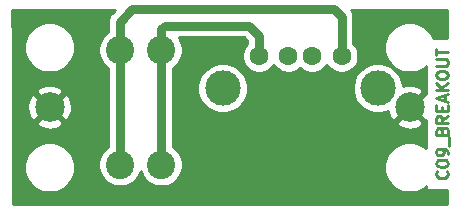
<source format=gbr>
G04 #@! TF.GenerationSoftware,KiCad,Pcbnew,5.1.5-52549c5~86~ubuntu18.04.1*
G04 #@! TF.CreationDate,2020-09-24T16:46:45-05:00*
G04 #@! TF.ProjectId,C09,4330392e-6b69-4636-9164-5f7063625858,rev?*
G04 #@! TF.SameCoordinates,Original*
G04 #@! TF.FileFunction,Copper,L1,Top*
G04 #@! TF.FilePolarity,Positive*
%FSLAX46Y46*%
G04 Gerber Fmt 4.6, Leading zero omitted, Abs format (unit mm)*
G04 Created by KiCad (PCBNEW 5.1.5-52549c5~86~ubuntu18.04.1) date 2020-09-24 16:46:45*
%MOMM*%
%LPD*%
G04 APERTURE LIST*
%ADD10C,0.250000*%
%ADD11C,2.400000*%
%ADD12C,1.600000*%
%ADD13C,3.000000*%
%ADD14C,2.499360*%
%ADD15C,0.750000*%
%ADD16C,0.254000*%
G04 APERTURE END LIST*
D10*
X57456342Y-34297333D02*
X57503961Y-34344952D01*
X57551580Y-34487809D01*
X57551580Y-34583047D01*
X57503961Y-34725904D01*
X57408723Y-34821142D01*
X57313485Y-34868761D01*
X57123009Y-34916380D01*
X56980152Y-34916380D01*
X56789676Y-34868761D01*
X56694438Y-34821142D01*
X56599200Y-34725904D01*
X56551580Y-34583047D01*
X56551580Y-34487809D01*
X56599200Y-34344952D01*
X56646819Y-34297333D01*
X56551580Y-33678285D02*
X56551580Y-33583047D01*
X56599200Y-33487809D01*
X56646819Y-33440190D01*
X56742057Y-33392571D01*
X56932533Y-33344952D01*
X57170628Y-33344952D01*
X57361104Y-33392571D01*
X57456342Y-33440190D01*
X57503961Y-33487809D01*
X57551580Y-33583047D01*
X57551580Y-33678285D01*
X57503961Y-33773523D01*
X57456342Y-33821142D01*
X57361104Y-33868761D01*
X57170628Y-33916380D01*
X56932533Y-33916380D01*
X56742057Y-33868761D01*
X56646819Y-33821142D01*
X56599200Y-33773523D01*
X56551580Y-33678285D01*
X57551580Y-32868761D02*
X57551580Y-32678285D01*
X57503961Y-32583047D01*
X57456342Y-32535428D01*
X57313485Y-32440190D01*
X57123009Y-32392571D01*
X56742057Y-32392571D01*
X56646819Y-32440190D01*
X56599200Y-32487809D01*
X56551580Y-32583047D01*
X56551580Y-32773523D01*
X56599200Y-32868761D01*
X56646819Y-32916380D01*
X56742057Y-32964000D01*
X56980152Y-32964000D01*
X57075390Y-32916380D01*
X57123009Y-32868761D01*
X57170628Y-32773523D01*
X57170628Y-32583047D01*
X57123009Y-32487809D01*
X57075390Y-32440190D01*
X56980152Y-32392571D01*
X57646819Y-32202095D02*
X57646819Y-31440190D01*
X57027771Y-30868761D02*
X57075390Y-30725904D01*
X57123009Y-30678285D01*
X57218247Y-30630666D01*
X57361104Y-30630666D01*
X57456342Y-30678285D01*
X57503961Y-30725904D01*
X57551580Y-30821142D01*
X57551580Y-31202095D01*
X56551580Y-31202095D01*
X56551580Y-30868761D01*
X56599200Y-30773523D01*
X56646819Y-30725904D01*
X56742057Y-30678285D01*
X56837295Y-30678285D01*
X56932533Y-30725904D01*
X56980152Y-30773523D01*
X57027771Y-30868761D01*
X57027771Y-31202095D01*
X57551580Y-29630666D02*
X57075390Y-29964000D01*
X57551580Y-30202095D02*
X56551580Y-30202095D01*
X56551580Y-29821142D01*
X56599200Y-29725904D01*
X56646819Y-29678285D01*
X56742057Y-29630666D01*
X56884914Y-29630666D01*
X56980152Y-29678285D01*
X57027771Y-29725904D01*
X57075390Y-29821142D01*
X57075390Y-30202095D01*
X57027771Y-29202095D02*
X57027771Y-28868761D01*
X57551580Y-28725904D02*
X57551580Y-29202095D01*
X56551580Y-29202095D01*
X56551580Y-28725904D01*
X57265866Y-28344952D02*
X57265866Y-27868761D01*
X57551580Y-28440190D02*
X56551580Y-28106857D01*
X57551580Y-27773523D01*
X57551580Y-27440190D02*
X56551580Y-27440190D01*
X57551580Y-26868761D02*
X56980152Y-27297333D01*
X56551580Y-26868761D02*
X57123009Y-27440190D01*
X56551580Y-26249714D02*
X56551580Y-26059238D01*
X56599200Y-25964000D01*
X56694438Y-25868761D01*
X56884914Y-25821142D01*
X57218247Y-25821142D01*
X57408723Y-25868761D01*
X57503961Y-25964000D01*
X57551580Y-26059238D01*
X57551580Y-26249714D01*
X57503961Y-26344952D01*
X57408723Y-26440190D01*
X57218247Y-26487809D01*
X56884914Y-26487809D01*
X56694438Y-26440190D01*
X56599200Y-26344952D01*
X56551580Y-26249714D01*
X56551580Y-25392571D02*
X57361104Y-25392571D01*
X57456342Y-25344952D01*
X57503961Y-25297333D01*
X57551580Y-25202095D01*
X57551580Y-25011619D01*
X57503961Y-24916380D01*
X57456342Y-24868761D01*
X57361104Y-24821142D01*
X56551580Y-24821142D01*
X56551580Y-24487809D02*
X56551580Y-23916380D01*
X57551580Y-24202095D02*
X56551580Y-24202095D01*
D11*
X33274000Y-33751600D03*
X29774000Y-33751600D03*
X29774000Y-24028400D03*
X33274000Y-24028400D03*
D12*
X48533800Y-24561800D03*
X46033800Y-24561800D03*
X44033800Y-24561800D03*
X41533800Y-24561800D03*
D13*
X38463800Y-27271800D03*
X51603800Y-27271800D03*
D14*
X54290000Y-28890000D03*
X23810000Y-28890000D03*
D15*
X29774000Y-24028400D02*
X29774000Y-33751600D01*
X48533800Y-24561800D02*
X48533800Y-21228800D01*
X48533800Y-21228800D02*
X47905010Y-20600010D01*
X47905010Y-20600010D02*
X30809590Y-20600010D01*
X29774000Y-21635600D02*
X29774000Y-24028400D01*
X30809590Y-20600010D02*
X29774000Y-21635600D01*
X33274000Y-24028400D02*
X33274000Y-23164800D01*
X33274000Y-24028400D02*
X33274000Y-33751600D01*
X41533800Y-24561800D02*
X41533800Y-22839400D01*
X41533800Y-22839400D02*
X40665400Y-21971000D01*
X40665400Y-21971000D02*
X33578800Y-21971000D01*
X33274000Y-22275800D02*
X33274000Y-24028400D01*
X33578800Y-21971000D02*
X33274000Y-22275800D01*
D16*
G36*
X29094906Y-20886339D02*
G01*
X29056367Y-20917967D01*
X28930153Y-21071760D01*
X28880930Y-21163851D01*
X28836368Y-21247221D01*
X28778615Y-21437606D01*
X28759114Y-21635600D01*
X28764000Y-21685208D01*
X28764000Y-22496324D01*
X28604256Y-22603062D01*
X28348662Y-22858656D01*
X28147844Y-23159201D01*
X28009518Y-23493150D01*
X27939000Y-23847668D01*
X27939000Y-24209132D01*
X28009518Y-24563650D01*
X28147844Y-24897599D01*
X28348662Y-25198144D01*
X28604256Y-25453738D01*
X28764000Y-25560476D01*
X28764001Y-32219524D01*
X28604256Y-32326262D01*
X28348662Y-32581856D01*
X28147844Y-32882401D01*
X28009518Y-33216350D01*
X27939000Y-33570868D01*
X27939000Y-33932332D01*
X28009518Y-34286850D01*
X28147844Y-34620799D01*
X28348662Y-34921344D01*
X28604256Y-35176938D01*
X28904801Y-35377756D01*
X29238750Y-35516082D01*
X29593268Y-35586600D01*
X29954732Y-35586600D01*
X30309250Y-35516082D01*
X30643199Y-35377756D01*
X30943744Y-35176938D01*
X31199338Y-34921344D01*
X31400156Y-34620799D01*
X31524000Y-34321813D01*
X31647844Y-34620799D01*
X31848662Y-34921344D01*
X32104256Y-35176938D01*
X32404801Y-35377756D01*
X32738750Y-35516082D01*
X33093268Y-35586600D01*
X33454732Y-35586600D01*
X33809250Y-35516082D01*
X34143199Y-35377756D01*
X34443744Y-35176938D01*
X34699338Y-34921344D01*
X34900156Y-34620799D01*
X35038482Y-34286850D01*
X35109000Y-33932332D01*
X35109000Y-33570868D01*
X35038482Y-33216350D01*
X34900156Y-32882401D01*
X34699338Y-32581856D01*
X34443744Y-32326262D01*
X34284000Y-32219524D01*
X34284000Y-30203377D01*
X53156229Y-30203377D01*
X53282104Y-30493315D01*
X53614262Y-30659139D01*
X53972387Y-30756975D01*
X54342719Y-30783065D01*
X54711025Y-30736405D01*
X55063151Y-30618789D01*
X55297896Y-30493315D01*
X55423771Y-30203377D01*
X54290000Y-29069605D01*
X53156229Y-30203377D01*
X34284000Y-30203377D01*
X34284000Y-27061521D01*
X36328800Y-27061521D01*
X36328800Y-27482079D01*
X36410847Y-27894556D01*
X36571788Y-28283102D01*
X36805437Y-28632783D01*
X37102817Y-28930163D01*
X37452498Y-29163812D01*
X37841044Y-29324753D01*
X38253521Y-29406800D01*
X38674079Y-29406800D01*
X39086556Y-29324753D01*
X39475102Y-29163812D01*
X39824783Y-28930163D01*
X40122163Y-28632783D01*
X40355812Y-28283102D01*
X40516753Y-27894556D01*
X40598800Y-27482079D01*
X40598800Y-27061521D01*
X49468800Y-27061521D01*
X49468800Y-27482079D01*
X49550847Y-27894556D01*
X49711788Y-28283102D01*
X49945437Y-28632783D01*
X50242817Y-28930163D01*
X50592498Y-29163812D01*
X50981044Y-29324753D01*
X51393521Y-29406800D01*
X51814079Y-29406800D01*
X52226556Y-29324753D01*
X52434426Y-29238650D01*
X52443595Y-29311025D01*
X52561211Y-29663151D01*
X52686685Y-29897896D01*
X52976623Y-30023771D01*
X54110395Y-28890000D01*
X54096253Y-28875858D01*
X54275858Y-28696253D01*
X54290000Y-28710395D01*
X55423771Y-27576623D01*
X55297896Y-27286685D01*
X54965738Y-27120861D01*
X54607613Y-27023025D01*
X54237281Y-26996935D01*
X53868975Y-27043595D01*
X53738800Y-27087076D01*
X53738800Y-27061521D01*
X53656753Y-26649044D01*
X53495812Y-26260498D01*
X53262163Y-25910817D01*
X52964783Y-25613437D01*
X52615102Y-25379788D01*
X52226556Y-25218847D01*
X51814079Y-25136800D01*
X51393521Y-25136800D01*
X50981044Y-25218847D01*
X50592498Y-25379788D01*
X50242817Y-25613437D01*
X49945437Y-25910817D01*
X49711788Y-26260498D01*
X49550847Y-26649044D01*
X49468800Y-27061521D01*
X40598800Y-27061521D01*
X40516753Y-26649044D01*
X40355812Y-26260498D01*
X40122163Y-25910817D01*
X39824783Y-25613437D01*
X39475102Y-25379788D01*
X39086556Y-25218847D01*
X38674079Y-25136800D01*
X38253521Y-25136800D01*
X37841044Y-25218847D01*
X37452498Y-25379788D01*
X37102817Y-25613437D01*
X36805437Y-25910817D01*
X36571788Y-26260498D01*
X36410847Y-26649044D01*
X36328800Y-27061521D01*
X34284000Y-27061521D01*
X34284000Y-25560476D01*
X34443744Y-25453738D01*
X34699338Y-25198144D01*
X34900156Y-24897599D01*
X35038482Y-24563650D01*
X35109000Y-24209132D01*
X35109000Y-23847668D01*
X35038482Y-23493150D01*
X34900156Y-23159201D01*
X34781086Y-22981000D01*
X40247045Y-22981000D01*
X40523801Y-23257756D01*
X40523801Y-23542403D01*
X40419163Y-23647041D01*
X40262120Y-23882073D01*
X40153947Y-24143226D01*
X40098800Y-24420465D01*
X40098800Y-24703135D01*
X40153947Y-24980374D01*
X40262120Y-25241527D01*
X40419163Y-25476559D01*
X40619041Y-25676437D01*
X40854073Y-25833480D01*
X41115226Y-25941653D01*
X41392465Y-25996800D01*
X41675135Y-25996800D01*
X41952374Y-25941653D01*
X42213527Y-25833480D01*
X42448559Y-25676437D01*
X42648437Y-25476559D01*
X42783800Y-25273973D01*
X42919163Y-25476559D01*
X43119041Y-25676437D01*
X43354073Y-25833480D01*
X43615226Y-25941653D01*
X43892465Y-25996800D01*
X44175135Y-25996800D01*
X44452374Y-25941653D01*
X44713527Y-25833480D01*
X44948559Y-25676437D01*
X45033800Y-25591196D01*
X45119041Y-25676437D01*
X45354073Y-25833480D01*
X45615226Y-25941653D01*
X45892465Y-25996800D01*
X46175135Y-25996800D01*
X46452374Y-25941653D01*
X46713527Y-25833480D01*
X46948559Y-25676437D01*
X47148437Y-25476559D01*
X47283800Y-25273973D01*
X47419163Y-25476559D01*
X47619041Y-25676437D01*
X47854073Y-25833480D01*
X48115226Y-25941653D01*
X48392465Y-25996800D01*
X48675135Y-25996800D01*
X48952374Y-25941653D01*
X49213527Y-25833480D01*
X49448559Y-25676437D01*
X49648437Y-25476559D01*
X49805480Y-25241527D01*
X49913653Y-24980374D01*
X49968800Y-24703135D01*
X49968800Y-24420465D01*
X49913653Y-24143226D01*
X49805480Y-23882073D01*
X49648437Y-23647041D01*
X49543800Y-23542404D01*
X49543800Y-21278404D01*
X49548686Y-21228799D01*
X49542289Y-21163850D01*
X49529185Y-21030806D01*
X49471432Y-20840420D01*
X49377647Y-20664960D01*
X49373576Y-20660000D01*
X57440000Y-20660000D01*
X57440000Y-23061143D01*
X56290720Y-23061143D01*
X56182012Y-22798698D01*
X55948363Y-22449017D01*
X55650983Y-22151637D01*
X55301302Y-21917988D01*
X54912756Y-21757047D01*
X54500279Y-21675000D01*
X54079721Y-21675000D01*
X53667244Y-21757047D01*
X53278698Y-21917988D01*
X52929017Y-22151637D01*
X52631637Y-22449017D01*
X52397988Y-22798698D01*
X52237047Y-23187244D01*
X52155000Y-23599721D01*
X52155000Y-24020279D01*
X52237047Y-24432756D01*
X52397988Y-24821302D01*
X52631637Y-25170983D01*
X52929017Y-25468363D01*
X53278698Y-25702012D01*
X53667244Y-25862953D01*
X54079721Y-25945000D01*
X54500279Y-25945000D01*
X54912756Y-25862953D01*
X55301302Y-25702012D01*
X55650983Y-25468363D01*
X55681700Y-25437646D01*
X55681700Y-27790233D01*
X55603377Y-27756229D01*
X54469605Y-28890000D01*
X55603377Y-30023771D01*
X55681700Y-29989767D01*
X55681700Y-32342354D01*
X55650983Y-32311637D01*
X55301302Y-32077988D01*
X54912756Y-31917047D01*
X54500279Y-31835000D01*
X54079721Y-31835000D01*
X53667244Y-31917047D01*
X53278698Y-32077988D01*
X52929017Y-32311637D01*
X52631637Y-32609017D01*
X52397988Y-32958698D01*
X52237047Y-33347244D01*
X52155000Y-33759721D01*
X52155000Y-34180279D01*
X52237047Y-34592756D01*
X52397988Y-34981302D01*
X52631637Y-35330983D01*
X52929017Y-35628363D01*
X53278698Y-35862012D01*
X53667244Y-36022953D01*
X54079721Y-36105000D01*
X54500279Y-36105000D01*
X54912756Y-36022953D01*
X55301302Y-35862012D01*
X55650983Y-35628363D01*
X55681700Y-35597646D01*
X55681700Y-35866857D01*
X57440001Y-35866857D01*
X57440001Y-37109928D01*
X53768722Y-37120000D01*
X20725743Y-37120000D01*
X20715607Y-33759721D01*
X21675000Y-33759721D01*
X21675000Y-34180279D01*
X21757047Y-34592756D01*
X21917988Y-34981302D01*
X22151637Y-35330983D01*
X22449017Y-35628363D01*
X22798698Y-35862012D01*
X23187244Y-36022953D01*
X23599721Y-36105000D01*
X24020279Y-36105000D01*
X24432756Y-36022953D01*
X24821302Y-35862012D01*
X25170983Y-35628363D01*
X25468363Y-35330983D01*
X25702012Y-34981302D01*
X25862953Y-34592756D01*
X25945000Y-34180279D01*
X25945000Y-33759721D01*
X25862953Y-33347244D01*
X25702012Y-32958698D01*
X25468363Y-32609017D01*
X25170983Y-32311637D01*
X24821302Y-32077988D01*
X24432756Y-31917047D01*
X24020279Y-31835000D01*
X23599721Y-31835000D01*
X23187244Y-31917047D01*
X22798698Y-32077988D01*
X22449017Y-32311637D01*
X22151637Y-32609017D01*
X21917988Y-32958698D01*
X21757047Y-33347244D01*
X21675000Y-33759721D01*
X20715607Y-33759721D01*
X20704879Y-30203377D01*
X22676229Y-30203377D01*
X22802104Y-30493315D01*
X23134262Y-30659139D01*
X23492387Y-30756975D01*
X23862719Y-30783065D01*
X24231025Y-30736405D01*
X24583151Y-30618789D01*
X24817896Y-30493315D01*
X24943771Y-30203377D01*
X23810000Y-29069605D01*
X22676229Y-30203377D01*
X20704879Y-30203377D01*
X20701076Y-28942719D01*
X21916935Y-28942719D01*
X21963595Y-29311025D01*
X22081211Y-29663151D01*
X22206685Y-29897896D01*
X22496623Y-30023771D01*
X23630395Y-28890000D01*
X23989605Y-28890000D01*
X25123377Y-30023771D01*
X25413315Y-29897896D01*
X25579139Y-29565738D01*
X25676975Y-29207613D01*
X25703065Y-28837281D01*
X25656405Y-28468975D01*
X25538789Y-28116849D01*
X25413315Y-27882104D01*
X25123377Y-27756229D01*
X23989605Y-28890000D01*
X23630395Y-28890000D01*
X22496623Y-27756229D01*
X22206685Y-27882104D01*
X22040861Y-28214262D01*
X21943025Y-28572387D01*
X21916935Y-28942719D01*
X20701076Y-28942719D01*
X20696955Y-27576623D01*
X22676229Y-27576623D01*
X23810000Y-28710395D01*
X24943771Y-27576623D01*
X24817896Y-27286685D01*
X24485738Y-27120861D01*
X24127613Y-27023025D01*
X23757281Y-26996935D01*
X23388975Y-27043595D01*
X23036849Y-27161211D01*
X22802104Y-27286685D01*
X22676229Y-27576623D01*
X20696955Y-27576623D01*
X20684958Y-23599721D01*
X21675000Y-23599721D01*
X21675000Y-24020279D01*
X21757047Y-24432756D01*
X21917988Y-24821302D01*
X22151637Y-25170983D01*
X22449017Y-25468363D01*
X22798698Y-25702012D01*
X23187244Y-25862953D01*
X23599721Y-25945000D01*
X24020279Y-25945000D01*
X24432756Y-25862953D01*
X24821302Y-25702012D01*
X25170983Y-25468363D01*
X25468363Y-25170983D01*
X25702012Y-24821302D01*
X25862953Y-24432756D01*
X25945000Y-24020279D01*
X25945000Y-23599721D01*
X25862953Y-23187244D01*
X25702012Y-22798698D01*
X25468363Y-22449017D01*
X25170983Y-22151637D01*
X24821302Y-21917988D01*
X24432756Y-21757047D01*
X24020279Y-21675000D01*
X23599721Y-21675000D01*
X23187244Y-21757047D01*
X22798698Y-21917988D01*
X22449017Y-22151637D01*
X22151637Y-22449017D01*
X21917988Y-22798698D01*
X21757047Y-23187244D01*
X21675000Y-23599721D01*
X20684958Y-23599721D01*
X20676089Y-20660000D01*
X29321245Y-20660000D01*
X29094906Y-20886339D01*
G37*
X29094906Y-20886339D02*
X29056367Y-20917967D01*
X28930153Y-21071760D01*
X28880930Y-21163851D01*
X28836368Y-21247221D01*
X28778615Y-21437606D01*
X28759114Y-21635600D01*
X28764000Y-21685208D01*
X28764000Y-22496324D01*
X28604256Y-22603062D01*
X28348662Y-22858656D01*
X28147844Y-23159201D01*
X28009518Y-23493150D01*
X27939000Y-23847668D01*
X27939000Y-24209132D01*
X28009518Y-24563650D01*
X28147844Y-24897599D01*
X28348662Y-25198144D01*
X28604256Y-25453738D01*
X28764000Y-25560476D01*
X28764001Y-32219524D01*
X28604256Y-32326262D01*
X28348662Y-32581856D01*
X28147844Y-32882401D01*
X28009518Y-33216350D01*
X27939000Y-33570868D01*
X27939000Y-33932332D01*
X28009518Y-34286850D01*
X28147844Y-34620799D01*
X28348662Y-34921344D01*
X28604256Y-35176938D01*
X28904801Y-35377756D01*
X29238750Y-35516082D01*
X29593268Y-35586600D01*
X29954732Y-35586600D01*
X30309250Y-35516082D01*
X30643199Y-35377756D01*
X30943744Y-35176938D01*
X31199338Y-34921344D01*
X31400156Y-34620799D01*
X31524000Y-34321813D01*
X31647844Y-34620799D01*
X31848662Y-34921344D01*
X32104256Y-35176938D01*
X32404801Y-35377756D01*
X32738750Y-35516082D01*
X33093268Y-35586600D01*
X33454732Y-35586600D01*
X33809250Y-35516082D01*
X34143199Y-35377756D01*
X34443744Y-35176938D01*
X34699338Y-34921344D01*
X34900156Y-34620799D01*
X35038482Y-34286850D01*
X35109000Y-33932332D01*
X35109000Y-33570868D01*
X35038482Y-33216350D01*
X34900156Y-32882401D01*
X34699338Y-32581856D01*
X34443744Y-32326262D01*
X34284000Y-32219524D01*
X34284000Y-30203377D01*
X53156229Y-30203377D01*
X53282104Y-30493315D01*
X53614262Y-30659139D01*
X53972387Y-30756975D01*
X54342719Y-30783065D01*
X54711025Y-30736405D01*
X55063151Y-30618789D01*
X55297896Y-30493315D01*
X55423771Y-30203377D01*
X54290000Y-29069605D01*
X53156229Y-30203377D01*
X34284000Y-30203377D01*
X34284000Y-27061521D01*
X36328800Y-27061521D01*
X36328800Y-27482079D01*
X36410847Y-27894556D01*
X36571788Y-28283102D01*
X36805437Y-28632783D01*
X37102817Y-28930163D01*
X37452498Y-29163812D01*
X37841044Y-29324753D01*
X38253521Y-29406800D01*
X38674079Y-29406800D01*
X39086556Y-29324753D01*
X39475102Y-29163812D01*
X39824783Y-28930163D01*
X40122163Y-28632783D01*
X40355812Y-28283102D01*
X40516753Y-27894556D01*
X40598800Y-27482079D01*
X40598800Y-27061521D01*
X49468800Y-27061521D01*
X49468800Y-27482079D01*
X49550847Y-27894556D01*
X49711788Y-28283102D01*
X49945437Y-28632783D01*
X50242817Y-28930163D01*
X50592498Y-29163812D01*
X50981044Y-29324753D01*
X51393521Y-29406800D01*
X51814079Y-29406800D01*
X52226556Y-29324753D01*
X52434426Y-29238650D01*
X52443595Y-29311025D01*
X52561211Y-29663151D01*
X52686685Y-29897896D01*
X52976623Y-30023771D01*
X54110395Y-28890000D01*
X54096253Y-28875858D01*
X54275858Y-28696253D01*
X54290000Y-28710395D01*
X55423771Y-27576623D01*
X55297896Y-27286685D01*
X54965738Y-27120861D01*
X54607613Y-27023025D01*
X54237281Y-26996935D01*
X53868975Y-27043595D01*
X53738800Y-27087076D01*
X53738800Y-27061521D01*
X53656753Y-26649044D01*
X53495812Y-26260498D01*
X53262163Y-25910817D01*
X52964783Y-25613437D01*
X52615102Y-25379788D01*
X52226556Y-25218847D01*
X51814079Y-25136800D01*
X51393521Y-25136800D01*
X50981044Y-25218847D01*
X50592498Y-25379788D01*
X50242817Y-25613437D01*
X49945437Y-25910817D01*
X49711788Y-26260498D01*
X49550847Y-26649044D01*
X49468800Y-27061521D01*
X40598800Y-27061521D01*
X40516753Y-26649044D01*
X40355812Y-26260498D01*
X40122163Y-25910817D01*
X39824783Y-25613437D01*
X39475102Y-25379788D01*
X39086556Y-25218847D01*
X38674079Y-25136800D01*
X38253521Y-25136800D01*
X37841044Y-25218847D01*
X37452498Y-25379788D01*
X37102817Y-25613437D01*
X36805437Y-25910817D01*
X36571788Y-26260498D01*
X36410847Y-26649044D01*
X36328800Y-27061521D01*
X34284000Y-27061521D01*
X34284000Y-25560476D01*
X34443744Y-25453738D01*
X34699338Y-25198144D01*
X34900156Y-24897599D01*
X35038482Y-24563650D01*
X35109000Y-24209132D01*
X35109000Y-23847668D01*
X35038482Y-23493150D01*
X34900156Y-23159201D01*
X34781086Y-22981000D01*
X40247045Y-22981000D01*
X40523801Y-23257756D01*
X40523801Y-23542403D01*
X40419163Y-23647041D01*
X40262120Y-23882073D01*
X40153947Y-24143226D01*
X40098800Y-24420465D01*
X40098800Y-24703135D01*
X40153947Y-24980374D01*
X40262120Y-25241527D01*
X40419163Y-25476559D01*
X40619041Y-25676437D01*
X40854073Y-25833480D01*
X41115226Y-25941653D01*
X41392465Y-25996800D01*
X41675135Y-25996800D01*
X41952374Y-25941653D01*
X42213527Y-25833480D01*
X42448559Y-25676437D01*
X42648437Y-25476559D01*
X42783800Y-25273973D01*
X42919163Y-25476559D01*
X43119041Y-25676437D01*
X43354073Y-25833480D01*
X43615226Y-25941653D01*
X43892465Y-25996800D01*
X44175135Y-25996800D01*
X44452374Y-25941653D01*
X44713527Y-25833480D01*
X44948559Y-25676437D01*
X45033800Y-25591196D01*
X45119041Y-25676437D01*
X45354073Y-25833480D01*
X45615226Y-25941653D01*
X45892465Y-25996800D01*
X46175135Y-25996800D01*
X46452374Y-25941653D01*
X46713527Y-25833480D01*
X46948559Y-25676437D01*
X47148437Y-25476559D01*
X47283800Y-25273973D01*
X47419163Y-25476559D01*
X47619041Y-25676437D01*
X47854073Y-25833480D01*
X48115226Y-25941653D01*
X48392465Y-25996800D01*
X48675135Y-25996800D01*
X48952374Y-25941653D01*
X49213527Y-25833480D01*
X49448559Y-25676437D01*
X49648437Y-25476559D01*
X49805480Y-25241527D01*
X49913653Y-24980374D01*
X49968800Y-24703135D01*
X49968800Y-24420465D01*
X49913653Y-24143226D01*
X49805480Y-23882073D01*
X49648437Y-23647041D01*
X49543800Y-23542404D01*
X49543800Y-21278404D01*
X49548686Y-21228799D01*
X49542289Y-21163850D01*
X49529185Y-21030806D01*
X49471432Y-20840420D01*
X49377647Y-20664960D01*
X49373576Y-20660000D01*
X57440000Y-20660000D01*
X57440000Y-23061143D01*
X56290720Y-23061143D01*
X56182012Y-22798698D01*
X55948363Y-22449017D01*
X55650983Y-22151637D01*
X55301302Y-21917988D01*
X54912756Y-21757047D01*
X54500279Y-21675000D01*
X54079721Y-21675000D01*
X53667244Y-21757047D01*
X53278698Y-21917988D01*
X52929017Y-22151637D01*
X52631637Y-22449017D01*
X52397988Y-22798698D01*
X52237047Y-23187244D01*
X52155000Y-23599721D01*
X52155000Y-24020279D01*
X52237047Y-24432756D01*
X52397988Y-24821302D01*
X52631637Y-25170983D01*
X52929017Y-25468363D01*
X53278698Y-25702012D01*
X53667244Y-25862953D01*
X54079721Y-25945000D01*
X54500279Y-25945000D01*
X54912756Y-25862953D01*
X55301302Y-25702012D01*
X55650983Y-25468363D01*
X55681700Y-25437646D01*
X55681700Y-27790233D01*
X55603377Y-27756229D01*
X54469605Y-28890000D01*
X55603377Y-30023771D01*
X55681700Y-29989767D01*
X55681700Y-32342354D01*
X55650983Y-32311637D01*
X55301302Y-32077988D01*
X54912756Y-31917047D01*
X54500279Y-31835000D01*
X54079721Y-31835000D01*
X53667244Y-31917047D01*
X53278698Y-32077988D01*
X52929017Y-32311637D01*
X52631637Y-32609017D01*
X52397988Y-32958698D01*
X52237047Y-33347244D01*
X52155000Y-33759721D01*
X52155000Y-34180279D01*
X52237047Y-34592756D01*
X52397988Y-34981302D01*
X52631637Y-35330983D01*
X52929017Y-35628363D01*
X53278698Y-35862012D01*
X53667244Y-36022953D01*
X54079721Y-36105000D01*
X54500279Y-36105000D01*
X54912756Y-36022953D01*
X55301302Y-35862012D01*
X55650983Y-35628363D01*
X55681700Y-35597646D01*
X55681700Y-35866857D01*
X57440001Y-35866857D01*
X57440001Y-37109928D01*
X53768722Y-37120000D01*
X20725743Y-37120000D01*
X20715607Y-33759721D01*
X21675000Y-33759721D01*
X21675000Y-34180279D01*
X21757047Y-34592756D01*
X21917988Y-34981302D01*
X22151637Y-35330983D01*
X22449017Y-35628363D01*
X22798698Y-35862012D01*
X23187244Y-36022953D01*
X23599721Y-36105000D01*
X24020279Y-36105000D01*
X24432756Y-36022953D01*
X24821302Y-35862012D01*
X25170983Y-35628363D01*
X25468363Y-35330983D01*
X25702012Y-34981302D01*
X25862953Y-34592756D01*
X25945000Y-34180279D01*
X25945000Y-33759721D01*
X25862953Y-33347244D01*
X25702012Y-32958698D01*
X25468363Y-32609017D01*
X25170983Y-32311637D01*
X24821302Y-32077988D01*
X24432756Y-31917047D01*
X24020279Y-31835000D01*
X23599721Y-31835000D01*
X23187244Y-31917047D01*
X22798698Y-32077988D01*
X22449017Y-32311637D01*
X22151637Y-32609017D01*
X21917988Y-32958698D01*
X21757047Y-33347244D01*
X21675000Y-33759721D01*
X20715607Y-33759721D01*
X20704879Y-30203377D01*
X22676229Y-30203377D01*
X22802104Y-30493315D01*
X23134262Y-30659139D01*
X23492387Y-30756975D01*
X23862719Y-30783065D01*
X24231025Y-30736405D01*
X24583151Y-30618789D01*
X24817896Y-30493315D01*
X24943771Y-30203377D01*
X23810000Y-29069605D01*
X22676229Y-30203377D01*
X20704879Y-30203377D01*
X20701076Y-28942719D01*
X21916935Y-28942719D01*
X21963595Y-29311025D01*
X22081211Y-29663151D01*
X22206685Y-29897896D01*
X22496623Y-30023771D01*
X23630395Y-28890000D01*
X23989605Y-28890000D01*
X25123377Y-30023771D01*
X25413315Y-29897896D01*
X25579139Y-29565738D01*
X25676975Y-29207613D01*
X25703065Y-28837281D01*
X25656405Y-28468975D01*
X25538789Y-28116849D01*
X25413315Y-27882104D01*
X25123377Y-27756229D01*
X23989605Y-28890000D01*
X23630395Y-28890000D01*
X22496623Y-27756229D01*
X22206685Y-27882104D01*
X22040861Y-28214262D01*
X21943025Y-28572387D01*
X21916935Y-28942719D01*
X20701076Y-28942719D01*
X20696955Y-27576623D01*
X22676229Y-27576623D01*
X23810000Y-28710395D01*
X24943771Y-27576623D01*
X24817896Y-27286685D01*
X24485738Y-27120861D01*
X24127613Y-27023025D01*
X23757281Y-26996935D01*
X23388975Y-27043595D01*
X23036849Y-27161211D01*
X22802104Y-27286685D01*
X22676229Y-27576623D01*
X20696955Y-27576623D01*
X20684958Y-23599721D01*
X21675000Y-23599721D01*
X21675000Y-24020279D01*
X21757047Y-24432756D01*
X21917988Y-24821302D01*
X22151637Y-25170983D01*
X22449017Y-25468363D01*
X22798698Y-25702012D01*
X23187244Y-25862953D01*
X23599721Y-25945000D01*
X24020279Y-25945000D01*
X24432756Y-25862953D01*
X24821302Y-25702012D01*
X25170983Y-25468363D01*
X25468363Y-25170983D01*
X25702012Y-24821302D01*
X25862953Y-24432756D01*
X25945000Y-24020279D01*
X25945000Y-23599721D01*
X25862953Y-23187244D01*
X25702012Y-22798698D01*
X25468363Y-22449017D01*
X25170983Y-22151637D01*
X24821302Y-21917988D01*
X24432756Y-21757047D01*
X24020279Y-21675000D01*
X23599721Y-21675000D01*
X23187244Y-21757047D01*
X22798698Y-21917988D01*
X22449017Y-22151637D01*
X22151637Y-22449017D01*
X21917988Y-22798698D01*
X21757047Y-23187244D01*
X21675000Y-23599721D01*
X20684958Y-23599721D01*
X20676089Y-20660000D01*
X29321245Y-20660000D01*
X29094906Y-20886339D01*
M02*

</source>
